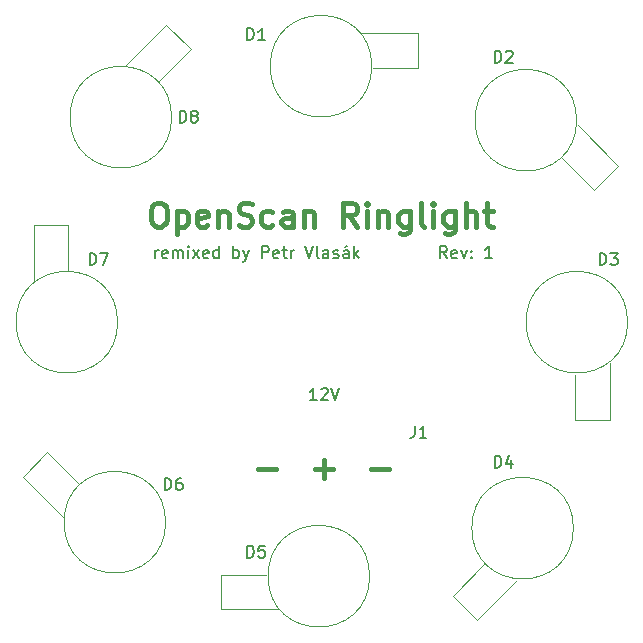
<source format=gbr>
%TF.GenerationSoftware,KiCad,Pcbnew,8.0.2*%
%TF.CreationDate,2024-08-19T21:28:26+02:00*%
%TF.ProjectId,ringlight,72696e67-6c69-4676-9874-2e6b69636164,rev?*%
%TF.SameCoordinates,Original*%
%TF.FileFunction,Legend,Top*%
%TF.FilePolarity,Positive*%
%FSLAX46Y46*%
G04 Gerber Fmt 4.6, Leading zero omitted, Abs format (unit mm)*
G04 Created by KiCad (PCBNEW 8.0.2) date 2024-08-19 21:28:26*
%MOMM*%
%LPD*%
G01*
G04 APERTURE LIST*
%ADD10C,0.400000*%
%ADD11C,0.200000*%
%ADD12C,0.150000*%
%ADD13C,0.120000*%
G04 APERTURE END LIST*
D10*
X33888095Y17227466D02*
X35411905Y17227466D01*
X24288095Y17227466D02*
X25811905Y17227466D01*
X29098095Y17227466D02*
X30621905Y17227466D01*
X29860000Y16465561D02*
X29860000Y17989371D01*
D11*
X15609673Y35057780D02*
X15609673Y35724447D01*
X15609673Y35533971D02*
X15657292Y35629209D01*
X15657292Y35629209D02*
X15704911Y35676828D01*
X15704911Y35676828D02*
X15800149Y35724447D01*
X15800149Y35724447D02*
X15895387Y35724447D01*
X16609673Y35105400D02*
X16514435Y35057780D01*
X16514435Y35057780D02*
X16323959Y35057780D01*
X16323959Y35057780D02*
X16228721Y35105400D01*
X16228721Y35105400D02*
X16181102Y35200638D01*
X16181102Y35200638D02*
X16181102Y35581590D01*
X16181102Y35581590D02*
X16228721Y35676828D01*
X16228721Y35676828D02*
X16323959Y35724447D01*
X16323959Y35724447D02*
X16514435Y35724447D01*
X16514435Y35724447D02*
X16609673Y35676828D01*
X16609673Y35676828D02*
X16657292Y35581590D01*
X16657292Y35581590D02*
X16657292Y35486352D01*
X16657292Y35486352D02*
X16181102Y35391114D01*
X17085864Y35057780D02*
X17085864Y35724447D01*
X17085864Y35629209D02*
X17133483Y35676828D01*
X17133483Y35676828D02*
X17228721Y35724447D01*
X17228721Y35724447D02*
X17371578Y35724447D01*
X17371578Y35724447D02*
X17466816Y35676828D01*
X17466816Y35676828D02*
X17514435Y35581590D01*
X17514435Y35581590D02*
X17514435Y35057780D01*
X17514435Y35581590D02*
X17562054Y35676828D01*
X17562054Y35676828D02*
X17657292Y35724447D01*
X17657292Y35724447D02*
X17800149Y35724447D01*
X17800149Y35724447D02*
X17895388Y35676828D01*
X17895388Y35676828D02*
X17943007Y35581590D01*
X17943007Y35581590D02*
X17943007Y35057780D01*
X18419197Y35057780D02*
X18419197Y35724447D01*
X18419197Y36057780D02*
X18371578Y36010161D01*
X18371578Y36010161D02*
X18419197Y35962542D01*
X18419197Y35962542D02*
X18466816Y36010161D01*
X18466816Y36010161D02*
X18419197Y36057780D01*
X18419197Y36057780D02*
X18419197Y35962542D01*
X18800149Y35057780D02*
X19323958Y35724447D01*
X18800149Y35724447D02*
X19323958Y35057780D01*
X20085863Y35105400D02*
X19990625Y35057780D01*
X19990625Y35057780D02*
X19800149Y35057780D01*
X19800149Y35057780D02*
X19704911Y35105400D01*
X19704911Y35105400D02*
X19657292Y35200638D01*
X19657292Y35200638D02*
X19657292Y35581590D01*
X19657292Y35581590D02*
X19704911Y35676828D01*
X19704911Y35676828D02*
X19800149Y35724447D01*
X19800149Y35724447D02*
X19990625Y35724447D01*
X19990625Y35724447D02*
X20085863Y35676828D01*
X20085863Y35676828D02*
X20133482Y35581590D01*
X20133482Y35581590D02*
X20133482Y35486352D01*
X20133482Y35486352D02*
X19657292Y35391114D01*
X20990625Y35057780D02*
X20990625Y36057780D01*
X20990625Y35105400D02*
X20895387Y35057780D01*
X20895387Y35057780D02*
X20704911Y35057780D01*
X20704911Y35057780D02*
X20609673Y35105400D01*
X20609673Y35105400D02*
X20562054Y35153019D01*
X20562054Y35153019D02*
X20514435Y35248257D01*
X20514435Y35248257D02*
X20514435Y35533971D01*
X20514435Y35533971D02*
X20562054Y35629209D01*
X20562054Y35629209D02*
X20609673Y35676828D01*
X20609673Y35676828D02*
X20704911Y35724447D01*
X20704911Y35724447D02*
X20895387Y35724447D01*
X20895387Y35724447D02*
X20990625Y35676828D01*
X22228721Y35057780D02*
X22228721Y36057780D01*
X22228721Y35676828D02*
X22323959Y35724447D01*
X22323959Y35724447D02*
X22514435Y35724447D01*
X22514435Y35724447D02*
X22609673Y35676828D01*
X22609673Y35676828D02*
X22657292Y35629209D01*
X22657292Y35629209D02*
X22704911Y35533971D01*
X22704911Y35533971D02*
X22704911Y35248257D01*
X22704911Y35248257D02*
X22657292Y35153019D01*
X22657292Y35153019D02*
X22609673Y35105400D01*
X22609673Y35105400D02*
X22514435Y35057780D01*
X22514435Y35057780D02*
X22323959Y35057780D01*
X22323959Y35057780D02*
X22228721Y35105400D01*
X23038245Y35724447D02*
X23276340Y35057780D01*
X23514435Y35724447D02*
X23276340Y35057780D01*
X23276340Y35057780D02*
X23181102Y34819685D01*
X23181102Y34819685D02*
X23133483Y34772066D01*
X23133483Y34772066D02*
X23038245Y34724447D01*
X24657293Y35057780D02*
X24657293Y36057780D01*
X24657293Y36057780D02*
X25038245Y36057780D01*
X25038245Y36057780D02*
X25133483Y36010161D01*
X25133483Y36010161D02*
X25181102Y35962542D01*
X25181102Y35962542D02*
X25228721Y35867304D01*
X25228721Y35867304D02*
X25228721Y35724447D01*
X25228721Y35724447D02*
X25181102Y35629209D01*
X25181102Y35629209D02*
X25133483Y35581590D01*
X25133483Y35581590D02*
X25038245Y35533971D01*
X25038245Y35533971D02*
X24657293Y35533971D01*
X26038245Y35105400D02*
X25943007Y35057780D01*
X25943007Y35057780D02*
X25752531Y35057780D01*
X25752531Y35057780D02*
X25657293Y35105400D01*
X25657293Y35105400D02*
X25609674Y35200638D01*
X25609674Y35200638D02*
X25609674Y35581590D01*
X25609674Y35581590D02*
X25657293Y35676828D01*
X25657293Y35676828D02*
X25752531Y35724447D01*
X25752531Y35724447D02*
X25943007Y35724447D01*
X25943007Y35724447D02*
X26038245Y35676828D01*
X26038245Y35676828D02*
X26085864Y35581590D01*
X26085864Y35581590D02*
X26085864Y35486352D01*
X26085864Y35486352D02*
X25609674Y35391114D01*
X26371579Y35724447D02*
X26752531Y35724447D01*
X26514436Y36057780D02*
X26514436Y35200638D01*
X26514436Y35200638D02*
X26562055Y35105400D01*
X26562055Y35105400D02*
X26657293Y35057780D01*
X26657293Y35057780D02*
X26752531Y35057780D01*
X27085865Y35057780D02*
X27085865Y35724447D01*
X27085865Y35533971D02*
X27133484Y35629209D01*
X27133484Y35629209D02*
X27181103Y35676828D01*
X27181103Y35676828D02*
X27276341Y35724447D01*
X27276341Y35724447D02*
X27371579Y35724447D01*
X28323961Y36057780D02*
X28657294Y35057780D01*
X28657294Y35057780D02*
X28990627Y36057780D01*
X29466818Y35057780D02*
X29371580Y35105400D01*
X29371580Y35105400D02*
X29323961Y35200638D01*
X29323961Y35200638D02*
X29323961Y36057780D01*
X30276342Y35057780D02*
X30276342Y35581590D01*
X30276342Y35581590D02*
X30228723Y35676828D01*
X30228723Y35676828D02*
X30133485Y35724447D01*
X30133485Y35724447D02*
X29943009Y35724447D01*
X29943009Y35724447D02*
X29847771Y35676828D01*
X30276342Y35105400D02*
X30181104Y35057780D01*
X30181104Y35057780D02*
X29943009Y35057780D01*
X29943009Y35057780D02*
X29847771Y35105400D01*
X29847771Y35105400D02*
X29800152Y35200638D01*
X29800152Y35200638D02*
X29800152Y35295876D01*
X29800152Y35295876D02*
X29847771Y35391114D01*
X29847771Y35391114D02*
X29943009Y35438733D01*
X29943009Y35438733D02*
X30181104Y35438733D01*
X30181104Y35438733D02*
X30276342Y35486352D01*
X30704914Y35105400D02*
X30800152Y35057780D01*
X30800152Y35057780D02*
X30990628Y35057780D01*
X30990628Y35057780D02*
X31085866Y35105400D01*
X31085866Y35105400D02*
X31133485Y35200638D01*
X31133485Y35200638D02*
X31133485Y35248257D01*
X31133485Y35248257D02*
X31085866Y35343495D01*
X31085866Y35343495D02*
X30990628Y35391114D01*
X30990628Y35391114D02*
X30847771Y35391114D01*
X30847771Y35391114D02*
X30752533Y35438733D01*
X30752533Y35438733D02*
X30704914Y35533971D01*
X30704914Y35533971D02*
X30704914Y35581590D01*
X30704914Y35581590D02*
X30752533Y35676828D01*
X30752533Y35676828D02*
X30847771Y35724447D01*
X30847771Y35724447D02*
X30990628Y35724447D01*
X30990628Y35724447D02*
X31085866Y35676828D01*
X31990628Y35057780D02*
X31990628Y35581590D01*
X31990628Y35581590D02*
X31943009Y35676828D01*
X31943009Y35676828D02*
X31847771Y35724447D01*
X31847771Y35724447D02*
X31657295Y35724447D01*
X31657295Y35724447D02*
X31562057Y35676828D01*
X31990628Y35105400D02*
X31895390Y35057780D01*
X31895390Y35057780D02*
X31657295Y35057780D01*
X31657295Y35057780D02*
X31562057Y35105400D01*
X31562057Y35105400D02*
X31514438Y35200638D01*
X31514438Y35200638D02*
X31514438Y35295876D01*
X31514438Y35295876D02*
X31562057Y35391114D01*
X31562057Y35391114D02*
X31657295Y35438733D01*
X31657295Y35438733D02*
X31895390Y35438733D01*
X31895390Y35438733D02*
X31990628Y35486352D01*
X31847771Y36105400D02*
X31704914Y35962542D01*
X32466819Y35057780D02*
X32466819Y36057780D01*
X32562057Y35438733D02*
X32847771Y35057780D01*
X32847771Y35724447D02*
X32466819Y35343495D01*
D10*
X15725299Y39730561D02*
X16106252Y39730561D01*
X16106252Y39730561D02*
X16296728Y39635323D01*
X16296728Y39635323D02*
X16487204Y39444847D01*
X16487204Y39444847D02*
X16582442Y39063895D01*
X16582442Y39063895D02*
X16582442Y38397228D01*
X16582442Y38397228D02*
X16487204Y38016276D01*
X16487204Y38016276D02*
X16296728Y37825800D01*
X16296728Y37825800D02*
X16106252Y37730561D01*
X16106252Y37730561D02*
X15725299Y37730561D01*
X15725299Y37730561D02*
X15534823Y37825800D01*
X15534823Y37825800D02*
X15344347Y38016276D01*
X15344347Y38016276D02*
X15249109Y38397228D01*
X15249109Y38397228D02*
X15249109Y39063895D01*
X15249109Y39063895D02*
X15344347Y39444847D01*
X15344347Y39444847D02*
X15534823Y39635323D01*
X15534823Y39635323D02*
X15725299Y39730561D01*
X17439585Y39063895D02*
X17439585Y37063895D01*
X17439585Y38968657D02*
X17630061Y39063895D01*
X17630061Y39063895D02*
X18011014Y39063895D01*
X18011014Y39063895D02*
X18201490Y38968657D01*
X18201490Y38968657D02*
X18296728Y38873419D01*
X18296728Y38873419D02*
X18391966Y38682942D01*
X18391966Y38682942D02*
X18391966Y38111514D01*
X18391966Y38111514D02*
X18296728Y37921038D01*
X18296728Y37921038D02*
X18201490Y37825800D01*
X18201490Y37825800D02*
X18011014Y37730561D01*
X18011014Y37730561D02*
X17630061Y37730561D01*
X17630061Y37730561D02*
X17439585Y37825800D01*
X20011014Y37825800D02*
X19820538Y37730561D01*
X19820538Y37730561D02*
X19439585Y37730561D01*
X19439585Y37730561D02*
X19249109Y37825800D01*
X19249109Y37825800D02*
X19153871Y38016276D01*
X19153871Y38016276D02*
X19153871Y38778180D01*
X19153871Y38778180D02*
X19249109Y38968657D01*
X19249109Y38968657D02*
X19439585Y39063895D01*
X19439585Y39063895D02*
X19820538Y39063895D01*
X19820538Y39063895D02*
X20011014Y38968657D01*
X20011014Y38968657D02*
X20106252Y38778180D01*
X20106252Y38778180D02*
X20106252Y38587704D01*
X20106252Y38587704D02*
X19153871Y38397228D01*
X20963395Y39063895D02*
X20963395Y37730561D01*
X20963395Y38873419D02*
X21058633Y38968657D01*
X21058633Y38968657D02*
X21249109Y39063895D01*
X21249109Y39063895D02*
X21534824Y39063895D01*
X21534824Y39063895D02*
X21725300Y38968657D01*
X21725300Y38968657D02*
X21820538Y38778180D01*
X21820538Y38778180D02*
X21820538Y37730561D01*
X22677681Y37825800D02*
X22963395Y37730561D01*
X22963395Y37730561D02*
X23439586Y37730561D01*
X23439586Y37730561D02*
X23630062Y37825800D01*
X23630062Y37825800D02*
X23725300Y37921038D01*
X23725300Y37921038D02*
X23820538Y38111514D01*
X23820538Y38111514D02*
X23820538Y38301990D01*
X23820538Y38301990D02*
X23725300Y38492466D01*
X23725300Y38492466D02*
X23630062Y38587704D01*
X23630062Y38587704D02*
X23439586Y38682942D01*
X23439586Y38682942D02*
X23058633Y38778180D01*
X23058633Y38778180D02*
X22868157Y38873419D01*
X22868157Y38873419D02*
X22772919Y38968657D01*
X22772919Y38968657D02*
X22677681Y39159133D01*
X22677681Y39159133D02*
X22677681Y39349609D01*
X22677681Y39349609D02*
X22772919Y39540085D01*
X22772919Y39540085D02*
X22868157Y39635323D01*
X22868157Y39635323D02*
X23058633Y39730561D01*
X23058633Y39730561D02*
X23534824Y39730561D01*
X23534824Y39730561D02*
X23820538Y39635323D01*
X25534824Y37825800D02*
X25344348Y37730561D01*
X25344348Y37730561D02*
X24963395Y37730561D01*
X24963395Y37730561D02*
X24772919Y37825800D01*
X24772919Y37825800D02*
X24677681Y37921038D01*
X24677681Y37921038D02*
X24582443Y38111514D01*
X24582443Y38111514D02*
X24582443Y38682942D01*
X24582443Y38682942D02*
X24677681Y38873419D01*
X24677681Y38873419D02*
X24772919Y38968657D01*
X24772919Y38968657D02*
X24963395Y39063895D01*
X24963395Y39063895D02*
X25344348Y39063895D01*
X25344348Y39063895D02*
X25534824Y38968657D01*
X27249110Y37730561D02*
X27249110Y38778180D01*
X27249110Y38778180D02*
X27153872Y38968657D01*
X27153872Y38968657D02*
X26963396Y39063895D01*
X26963396Y39063895D02*
X26582443Y39063895D01*
X26582443Y39063895D02*
X26391967Y38968657D01*
X27249110Y37825800D02*
X27058634Y37730561D01*
X27058634Y37730561D02*
X26582443Y37730561D01*
X26582443Y37730561D02*
X26391967Y37825800D01*
X26391967Y37825800D02*
X26296729Y38016276D01*
X26296729Y38016276D02*
X26296729Y38206752D01*
X26296729Y38206752D02*
X26391967Y38397228D01*
X26391967Y38397228D02*
X26582443Y38492466D01*
X26582443Y38492466D02*
X27058634Y38492466D01*
X27058634Y38492466D02*
X27249110Y38587704D01*
X28201491Y39063895D02*
X28201491Y37730561D01*
X28201491Y38873419D02*
X28296729Y38968657D01*
X28296729Y38968657D02*
X28487205Y39063895D01*
X28487205Y39063895D02*
X28772920Y39063895D01*
X28772920Y39063895D02*
X28963396Y38968657D01*
X28963396Y38968657D02*
X29058634Y38778180D01*
X29058634Y38778180D02*
X29058634Y37730561D01*
X32677682Y37730561D02*
X32011015Y38682942D01*
X31534825Y37730561D02*
X31534825Y39730561D01*
X31534825Y39730561D02*
X32296730Y39730561D01*
X32296730Y39730561D02*
X32487206Y39635323D01*
X32487206Y39635323D02*
X32582444Y39540085D01*
X32582444Y39540085D02*
X32677682Y39349609D01*
X32677682Y39349609D02*
X32677682Y39063895D01*
X32677682Y39063895D02*
X32582444Y38873419D01*
X32582444Y38873419D02*
X32487206Y38778180D01*
X32487206Y38778180D02*
X32296730Y38682942D01*
X32296730Y38682942D02*
X31534825Y38682942D01*
X33534825Y37730561D02*
X33534825Y39063895D01*
X33534825Y39730561D02*
X33439587Y39635323D01*
X33439587Y39635323D02*
X33534825Y39540085D01*
X33534825Y39540085D02*
X33630063Y39635323D01*
X33630063Y39635323D02*
X33534825Y39730561D01*
X33534825Y39730561D02*
X33534825Y39540085D01*
X34487206Y39063895D02*
X34487206Y37730561D01*
X34487206Y38873419D02*
X34582444Y38968657D01*
X34582444Y38968657D02*
X34772920Y39063895D01*
X34772920Y39063895D02*
X35058635Y39063895D01*
X35058635Y39063895D02*
X35249111Y38968657D01*
X35249111Y38968657D02*
X35344349Y38778180D01*
X35344349Y38778180D02*
X35344349Y37730561D01*
X37153873Y39063895D02*
X37153873Y37444847D01*
X37153873Y37444847D02*
X37058635Y37254371D01*
X37058635Y37254371D02*
X36963397Y37159133D01*
X36963397Y37159133D02*
X36772920Y37063895D01*
X36772920Y37063895D02*
X36487206Y37063895D01*
X36487206Y37063895D02*
X36296730Y37159133D01*
X37153873Y37825800D02*
X36963397Y37730561D01*
X36963397Y37730561D02*
X36582444Y37730561D01*
X36582444Y37730561D02*
X36391968Y37825800D01*
X36391968Y37825800D02*
X36296730Y37921038D01*
X36296730Y37921038D02*
X36201492Y38111514D01*
X36201492Y38111514D02*
X36201492Y38682942D01*
X36201492Y38682942D02*
X36296730Y38873419D01*
X36296730Y38873419D02*
X36391968Y38968657D01*
X36391968Y38968657D02*
X36582444Y39063895D01*
X36582444Y39063895D02*
X36963397Y39063895D01*
X36963397Y39063895D02*
X37153873Y38968657D01*
X38391968Y37730561D02*
X38201492Y37825800D01*
X38201492Y37825800D02*
X38106254Y38016276D01*
X38106254Y38016276D02*
X38106254Y39730561D01*
X39153873Y37730561D02*
X39153873Y39063895D01*
X39153873Y39730561D02*
X39058635Y39635323D01*
X39058635Y39635323D02*
X39153873Y39540085D01*
X39153873Y39540085D02*
X39249111Y39635323D01*
X39249111Y39635323D02*
X39153873Y39730561D01*
X39153873Y39730561D02*
X39153873Y39540085D01*
X40963397Y39063895D02*
X40963397Y37444847D01*
X40963397Y37444847D02*
X40868159Y37254371D01*
X40868159Y37254371D02*
X40772921Y37159133D01*
X40772921Y37159133D02*
X40582444Y37063895D01*
X40582444Y37063895D02*
X40296730Y37063895D01*
X40296730Y37063895D02*
X40106254Y37159133D01*
X40963397Y37825800D02*
X40772921Y37730561D01*
X40772921Y37730561D02*
X40391968Y37730561D01*
X40391968Y37730561D02*
X40201492Y37825800D01*
X40201492Y37825800D02*
X40106254Y37921038D01*
X40106254Y37921038D02*
X40011016Y38111514D01*
X40011016Y38111514D02*
X40011016Y38682942D01*
X40011016Y38682942D02*
X40106254Y38873419D01*
X40106254Y38873419D02*
X40201492Y38968657D01*
X40201492Y38968657D02*
X40391968Y39063895D01*
X40391968Y39063895D02*
X40772921Y39063895D01*
X40772921Y39063895D02*
X40963397Y38968657D01*
X41915778Y37730561D02*
X41915778Y39730561D01*
X42772921Y37730561D02*
X42772921Y38778180D01*
X42772921Y38778180D02*
X42677683Y38968657D01*
X42677683Y38968657D02*
X42487207Y39063895D01*
X42487207Y39063895D02*
X42201492Y39063895D01*
X42201492Y39063895D02*
X42011016Y38968657D01*
X42011016Y38968657D02*
X41915778Y38873419D01*
X43439588Y39063895D02*
X44201492Y39063895D01*
X43725302Y39730561D02*
X43725302Y38016276D01*
X43725302Y38016276D02*
X43820540Y37825800D01*
X43820540Y37825800D02*
X44011016Y37730561D01*
X44011016Y37730561D02*
X44201492Y37730561D01*
D11*
X40311101Y35057780D02*
X39977768Y35533971D01*
X39739673Y35057780D02*
X39739673Y36057780D01*
X39739673Y36057780D02*
X40120625Y36057780D01*
X40120625Y36057780D02*
X40215863Y36010161D01*
X40215863Y36010161D02*
X40263482Y35962542D01*
X40263482Y35962542D02*
X40311101Y35867304D01*
X40311101Y35867304D02*
X40311101Y35724447D01*
X40311101Y35724447D02*
X40263482Y35629209D01*
X40263482Y35629209D02*
X40215863Y35581590D01*
X40215863Y35581590D02*
X40120625Y35533971D01*
X40120625Y35533971D02*
X39739673Y35533971D01*
X41120625Y35105400D02*
X41025387Y35057780D01*
X41025387Y35057780D02*
X40834911Y35057780D01*
X40834911Y35057780D02*
X40739673Y35105400D01*
X40739673Y35105400D02*
X40692054Y35200638D01*
X40692054Y35200638D02*
X40692054Y35581590D01*
X40692054Y35581590D02*
X40739673Y35676828D01*
X40739673Y35676828D02*
X40834911Y35724447D01*
X40834911Y35724447D02*
X41025387Y35724447D01*
X41025387Y35724447D02*
X41120625Y35676828D01*
X41120625Y35676828D02*
X41168244Y35581590D01*
X41168244Y35581590D02*
X41168244Y35486352D01*
X41168244Y35486352D02*
X40692054Y35391114D01*
X41501578Y35724447D02*
X41739673Y35057780D01*
X41739673Y35057780D02*
X41977768Y35724447D01*
X42358721Y35153019D02*
X42406340Y35105400D01*
X42406340Y35105400D02*
X42358721Y35057780D01*
X42358721Y35057780D02*
X42311102Y35105400D01*
X42311102Y35105400D02*
X42358721Y35153019D01*
X42358721Y35153019D02*
X42358721Y35057780D01*
X42358721Y35676828D02*
X42406340Y35629209D01*
X42406340Y35629209D02*
X42358721Y35581590D01*
X42358721Y35581590D02*
X42311102Y35629209D01*
X42311102Y35629209D02*
X42358721Y35676828D01*
X42358721Y35676828D02*
X42358721Y35581590D01*
X44120625Y35057780D02*
X43549197Y35057780D01*
X43834911Y35057780D02*
X43834911Y36057780D01*
X43834911Y36057780D02*
X43739673Y35914923D01*
X43739673Y35914923D02*
X43644435Y35819685D01*
X43644435Y35819685D02*
X43549197Y35772066D01*
D12*
X23391905Y53520180D02*
X23391905Y54520180D01*
X23391905Y54520180D02*
X23630000Y54520180D01*
X23630000Y54520180D02*
X23772857Y54472561D01*
X23772857Y54472561D02*
X23868095Y54377323D01*
X23868095Y54377323D02*
X23915714Y54282085D01*
X23915714Y54282085D02*
X23963333Y54091609D01*
X23963333Y54091609D02*
X23963333Y53948752D01*
X23963333Y53948752D02*
X23915714Y53758276D01*
X23915714Y53758276D02*
X23868095Y53663038D01*
X23868095Y53663038D02*
X23772857Y53567800D01*
X23772857Y53567800D02*
X23630000Y53520180D01*
X23630000Y53520180D02*
X23391905Y53520180D01*
X24915714Y53520180D02*
X24344286Y53520180D01*
X24630000Y53520180D02*
X24630000Y54520180D01*
X24630000Y54520180D02*
X24534762Y54377323D01*
X24534762Y54377323D02*
X24439524Y54282085D01*
X24439524Y54282085D02*
X24344286Y54234466D01*
X23391905Y9705180D02*
X23391905Y10705180D01*
X23391905Y10705180D02*
X23630000Y10705180D01*
X23630000Y10705180D02*
X23772857Y10657561D01*
X23772857Y10657561D02*
X23868095Y10562323D01*
X23868095Y10562323D02*
X23915714Y10467085D01*
X23915714Y10467085D02*
X23963333Y10276609D01*
X23963333Y10276609D02*
X23963333Y10133752D01*
X23963333Y10133752D02*
X23915714Y9943276D01*
X23915714Y9943276D02*
X23868095Y9848038D01*
X23868095Y9848038D02*
X23772857Y9752800D01*
X23772857Y9752800D02*
X23630000Y9705180D01*
X23630000Y9705180D02*
X23391905Y9705180D01*
X24868095Y10705180D02*
X24391905Y10705180D01*
X24391905Y10705180D02*
X24344286Y10228990D01*
X24344286Y10228990D02*
X24391905Y10276609D01*
X24391905Y10276609D02*
X24487143Y10324228D01*
X24487143Y10324228D02*
X24725238Y10324228D01*
X24725238Y10324228D02*
X24820476Y10276609D01*
X24820476Y10276609D02*
X24868095Y10228990D01*
X24868095Y10228990D02*
X24915714Y10133752D01*
X24915714Y10133752D02*
X24915714Y9895657D01*
X24915714Y9895657D02*
X24868095Y9800419D01*
X24868095Y9800419D02*
X24820476Y9752800D01*
X24820476Y9752800D02*
X24725238Y9705180D01*
X24725238Y9705180D02*
X24487143Y9705180D01*
X24487143Y9705180D02*
X24391905Y9752800D01*
X24391905Y9752800D02*
X24344286Y9800419D01*
X44346905Y17325180D02*
X44346905Y18325180D01*
X44346905Y18325180D02*
X44585000Y18325180D01*
X44585000Y18325180D02*
X44727857Y18277561D01*
X44727857Y18277561D02*
X44823095Y18182323D01*
X44823095Y18182323D02*
X44870714Y18087085D01*
X44870714Y18087085D02*
X44918333Y17896609D01*
X44918333Y17896609D02*
X44918333Y17753752D01*
X44918333Y17753752D02*
X44870714Y17563276D01*
X44870714Y17563276D02*
X44823095Y17468038D01*
X44823095Y17468038D02*
X44727857Y17372800D01*
X44727857Y17372800D02*
X44585000Y17325180D01*
X44585000Y17325180D02*
X44346905Y17325180D01*
X45775476Y17991847D02*
X45775476Y17325180D01*
X45537381Y18372800D02*
X45299286Y17658514D01*
X45299286Y17658514D02*
X45918333Y17658514D01*
X16406905Y15420180D02*
X16406905Y16420180D01*
X16406905Y16420180D02*
X16645000Y16420180D01*
X16645000Y16420180D02*
X16787857Y16372561D01*
X16787857Y16372561D02*
X16883095Y16277323D01*
X16883095Y16277323D02*
X16930714Y16182085D01*
X16930714Y16182085D02*
X16978333Y15991609D01*
X16978333Y15991609D02*
X16978333Y15848752D01*
X16978333Y15848752D02*
X16930714Y15658276D01*
X16930714Y15658276D02*
X16883095Y15563038D01*
X16883095Y15563038D02*
X16787857Y15467800D01*
X16787857Y15467800D02*
X16645000Y15420180D01*
X16645000Y15420180D02*
X16406905Y15420180D01*
X17835476Y16420180D02*
X17645000Y16420180D01*
X17645000Y16420180D02*
X17549762Y16372561D01*
X17549762Y16372561D02*
X17502143Y16324942D01*
X17502143Y16324942D02*
X17406905Y16182085D01*
X17406905Y16182085D02*
X17359286Y15991609D01*
X17359286Y15991609D02*
X17359286Y15610657D01*
X17359286Y15610657D02*
X17406905Y15515419D01*
X17406905Y15515419D02*
X17454524Y15467800D01*
X17454524Y15467800D02*
X17549762Y15420180D01*
X17549762Y15420180D02*
X17740238Y15420180D01*
X17740238Y15420180D02*
X17835476Y15467800D01*
X17835476Y15467800D02*
X17883095Y15515419D01*
X17883095Y15515419D02*
X17930714Y15610657D01*
X17930714Y15610657D02*
X17930714Y15848752D01*
X17930714Y15848752D02*
X17883095Y15943990D01*
X17883095Y15943990D02*
X17835476Y15991609D01*
X17835476Y15991609D02*
X17740238Y16039228D01*
X17740238Y16039228D02*
X17549762Y16039228D01*
X17549762Y16039228D02*
X17454524Y15991609D01*
X17454524Y15991609D02*
X17406905Y15943990D01*
X17406905Y15943990D02*
X17359286Y15848752D01*
X53236905Y34470180D02*
X53236905Y35470180D01*
X53236905Y35470180D02*
X53475000Y35470180D01*
X53475000Y35470180D02*
X53617857Y35422561D01*
X53617857Y35422561D02*
X53713095Y35327323D01*
X53713095Y35327323D02*
X53760714Y35232085D01*
X53760714Y35232085D02*
X53808333Y35041609D01*
X53808333Y35041609D02*
X53808333Y34898752D01*
X53808333Y34898752D02*
X53760714Y34708276D01*
X53760714Y34708276D02*
X53713095Y34613038D01*
X53713095Y34613038D02*
X53617857Y34517800D01*
X53617857Y34517800D02*
X53475000Y34470180D01*
X53475000Y34470180D02*
X53236905Y34470180D01*
X54141667Y35470180D02*
X54760714Y35470180D01*
X54760714Y35470180D02*
X54427381Y35089228D01*
X54427381Y35089228D02*
X54570238Y35089228D01*
X54570238Y35089228D02*
X54665476Y35041609D01*
X54665476Y35041609D02*
X54713095Y34993990D01*
X54713095Y34993990D02*
X54760714Y34898752D01*
X54760714Y34898752D02*
X54760714Y34660657D01*
X54760714Y34660657D02*
X54713095Y34565419D01*
X54713095Y34565419D02*
X54665476Y34517800D01*
X54665476Y34517800D02*
X54570238Y34470180D01*
X54570238Y34470180D02*
X54284524Y34470180D01*
X54284524Y34470180D02*
X54189286Y34517800D01*
X54189286Y34517800D02*
X54141667Y34565419D01*
X44346905Y51615180D02*
X44346905Y52615180D01*
X44346905Y52615180D02*
X44585000Y52615180D01*
X44585000Y52615180D02*
X44727857Y52567561D01*
X44727857Y52567561D02*
X44823095Y52472323D01*
X44823095Y52472323D02*
X44870714Y52377085D01*
X44870714Y52377085D02*
X44918333Y52186609D01*
X44918333Y52186609D02*
X44918333Y52043752D01*
X44918333Y52043752D02*
X44870714Y51853276D01*
X44870714Y51853276D02*
X44823095Y51758038D01*
X44823095Y51758038D02*
X44727857Y51662800D01*
X44727857Y51662800D02*
X44585000Y51615180D01*
X44585000Y51615180D02*
X44346905Y51615180D01*
X45299286Y52519942D02*
X45346905Y52567561D01*
X45346905Y52567561D02*
X45442143Y52615180D01*
X45442143Y52615180D02*
X45680238Y52615180D01*
X45680238Y52615180D02*
X45775476Y52567561D01*
X45775476Y52567561D02*
X45823095Y52519942D01*
X45823095Y52519942D02*
X45870714Y52424704D01*
X45870714Y52424704D02*
X45870714Y52329466D01*
X45870714Y52329466D02*
X45823095Y52186609D01*
X45823095Y52186609D02*
X45251667Y51615180D01*
X45251667Y51615180D02*
X45870714Y51615180D01*
X37566666Y20845180D02*
X37566666Y20130895D01*
X37566666Y20130895D02*
X37519047Y19988038D01*
X37519047Y19988038D02*
X37423809Y19892800D01*
X37423809Y19892800D02*
X37280952Y19845180D01*
X37280952Y19845180D02*
X37185714Y19845180D01*
X38566666Y19845180D02*
X37995238Y19845180D01*
X38280952Y19845180D02*
X38280952Y20845180D01*
X38280952Y20845180D02*
X38185714Y20702323D01*
X38185714Y20702323D02*
X38090476Y20607085D01*
X38090476Y20607085D02*
X37995238Y20559466D01*
X29280952Y23045180D02*
X28709524Y23045180D01*
X28995238Y23045180D02*
X28995238Y24045180D01*
X28995238Y24045180D02*
X28900000Y23902323D01*
X28900000Y23902323D02*
X28804762Y23807085D01*
X28804762Y23807085D02*
X28709524Y23759466D01*
X29661905Y23949942D02*
X29709524Y23997561D01*
X29709524Y23997561D02*
X29804762Y24045180D01*
X29804762Y24045180D02*
X30042857Y24045180D01*
X30042857Y24045180D02*
X30138095Y23997561D01*
X30138095Y23997561D02*
X30185714Y23949942D01*
X30185714Y23949942D02*
X30233333Y23854704D01*
X30233333Y23854704D02*
X30233333Y23759466D01*
X30233333Y23759466D02*
X30185714Y23616609D01*
X30185714Y23616609D02*
X29614286Y23045180D01*
X29614286Y23045180D02*
X30233333Y23045180D01*
X30519048Y24045180D02*
X30852381Y23045180D01*
X30852381Y23045180D02*
X31185714Y24045180D01*
X17676905Y46535180D02*
X17676905Y47535180D01*
X17676905Y47535180D02*
X17915000Y47535180D01*
X17915000Y47535180D02*
X18057857Y47487561D01*
X18057857Y47487561D02*
X18153095Y47392323D01*
X18153095Y47392323D02*
X18200714Y47297085D01*
X18200714Y47297085D02*
X18248333Y47106609D01*
X18248333Y47106609D02*
X18248333Y46963752D01*
X18248333Y46963752D02*
X18200714Y46773276D01*
X18200714Y46773276D02*
X18153095Y46678038D01*
X18153095Y46678038D02*
X18057857Y46582800D01*
X18057857Y46582800D02*
X17915000Y46535180D01*
X17915000Y46535180D02*
X17676905Y46535180D01*
X18819762Y47106609D02*
X18724524Y47154228D01*
X18724524Y47154228D02*
X18676905Y47201847D01*
X18676905Y47201847D02*
X18629286Y47297085D01*
X18629286Y47297085D02*
X18629286Y47344704D01*
X18629286Y47344704D02*
X18676905Y47439942D01*
X18676905Y47439942D02*
X18724524Y47487561D01*
X18724524Y47487561D02*
X18819762Y47535180D01*
X18819762Y47535180D02*
X19010238Y47535180D01*
X19010238Y47535180D02*
X19105476Y47487561D01*
X19105476Y47487561D02*
X19153095Y47439942D01*
X19153095Y47439942D02*
X19200714Y47344704D01*
X19200714Y47344704D02*
X19200714Y47297085D01*
X19200714Y47297085D02*
X19153095Y47201847D01*
X19153095Y47201847D02*
X19105476Y47154228D01*
X19105476Y47154228D02*
X19010238Y47106609D01*
X19010238Y47106609D02*
X18819762Y47106609D01*
X18819762Y47106609D02*
X18724524Y47058990D01*
X18724524Y47058990D02*
X18676905Y47011371D01*
X18676905Y47011371D02*
X18629286Y46916133D01*
X18629286Y46916133D02*
X18629286Y46725657D01*
X18629286Y46725657D02*
X18676905Y46630419D01*
X18676905Y46630419D02*
X18724524Y46582800D01*
X18724524Y46582800D02*
X18819762Y46535180D01*
X18819762Y46535180D02*
X19010238Y46535180D01*
X19010238Y46535180D02*
X19105476Y46582800D01*
X19105476Y46582800D02*
X19153095Y46630419D01*
X19153095Y46630419D02*
X19200714Y46725657D01*
X19200714Y46725657D02*
X19200714Y46916133D01*
X19200714Y46916133D02*
X19153095Y47011371D01*
X19153095Y47011371D02*
X19105476Y47058990D01*
X19105476Y47058990D02*
X19010238Y47106609D01*
X10056905Y34470180D02*
X10056905Y35470180D01*
X10056905Y35470180D02*
X10295000Y35470180D01*
X10295000Y35470180D02*
X10437857Y35422561D01*
X10437857Y35422561D02*
X10533095Y35327323D01*
X10533095Y35327323D02*
X10580714Y35232085D01*
X10580714Y35232085D02*
X10628333Y35041609D01*
X10628333Y35041609D02*
X10628333Y34898752D01*
X10628333Y34898752D02*
X10580714Y34708276D01*
X10580714Y34708276D02*
X10533095Y34613038D01*
X10533095Y34613038D02*
X10437857Y34517800D01*
X10437857Y34517800D02*
X10295000Y34470180D01*
X10295000Y34470180D02*
X10056905Y34470180D01*
X10961667Y35470180D02*
X11628333Y35470180D01*
X11628333Y35470180D02*
X11199762Y34470180D01*
D13*
%TO.C,D1*%
X34090000Y51181000D02*
X37900000Y51181000D01*
X37900000Y54102000D02*
X33074000Y54102000D01*
X37900000Y51181000D02*
X37900000Y54102000D01*
X33945000Y51308000D02*
G75*
G02*
X25345000Y51308000I-4300000J0D01*
G01*
X25345000Y51308000D02*
G75*
G02*
X33945000Y51308000I4300000J0D01*
G01*
%TO.C,D5*%
X21209000Y8255000D02*
X21209000Y5334000D01*
X21209000Y5334000D02*
X26035000Y5334000D01*
X25019000Y8255000D02*
X21209000Y8255000D01*
X33764000Y8128000D02*
G75*
G02*
X25164000Y8128000I-4300000J0D01*
G01*
X25164000Y8128000D02*
G75*
G02*
X33764000Y8128000I4300000J0D01*
G01*
%TO.C,D4*%
X40788565Y6444636D02*
X42854024Y4379177D01*
X42854024Y4379177D02*
X46266521Y7791675D01*
X43482642Y9138713D02*
X40788565Y6444636D01*
X51015534Y12192000D02*
G75*
G02*
X42415534Y12192000I-4300000J0D01*
G01*
X42415534Y12192000D02*
G75*
G02*
X51015534Y12192000I4300000J0D01*
G01*
%TO.C,D6*%
X4379177Y16561510D02*
X7791675Y13149013D01*
X6444636Y18626969D02*
X4379177Y16561510D01*
X9138713Y15932892D02*
X6444636Y18626969D01*
X16492000Y12700000D02*
G75*
G02*
X7892000Y12700000I-4300000J0D01*
G01*
X7892000Y12700000D02*
G75*
G02*
X16492000Y12700000I4300000J0D01*
G01*
%TO.C,D3*%
X51181000Y25190000D02*
X51181000Y21380000D01*
X51181000Y21380000D02*
X54102000Y21380000D01*
X54102000Y21380000D02*
X54102000Y26206000D01*
X55608000Y29635000D02*
G75*
G02*
X47008000Y29635000I-4300000J0D01*
G01*
X47008000Y29635000D02*
G75*
G02*
X55608000Y29635000I4300000J0D01*
G01*
%TO.C,D2*%
X50043287Y43503108D02*
X52737364Y40809031D01*
X52737364Y40809031D02*
X54802823Y42874490D01*
X54802823Y42874490D02*
X51390325Y46286987D01*
X51290000Y46736000D02*
G75*
G02*
X42690000Y46736000I-4300000J0D01*
G01*
X42690000Y46736000D02*
G75*
G02*
X51290000Y46736000I4300000J0D01*
G01*
%TO.C,D8*%
X15932892Y50043287D02*
X18626969Y52737364D01*
X16561510Y54802823D02*
X13149013Y51390325D01*
X18626969Y52737364D02*
X16561510Y54802823D01*
X16999999Y46990000D02*
G75*
G02*
X8400001Y46990000I-4299999J0D01*
G01*
X8400001Y46990000D02*
G75*
G02*
X16999999Y46990000I4299999J0D01*
G01*
%TO.C,D7*%
X5334000Y37890000D02*
X5334000Y33064000D01*
X8255000Y37890000D02*
X5334000Y37890000D01*
X8255000Y34080000D02*
X8255000Y37890000D01*
X12428000Y29635000D02*
G75*
G02*
X3828000Y29635000I-4300000J0D01*
G01*
X3828000Y29635000D02*
G75*
G02*
X12428000Y29635000I4300000J0D01*
G01*
%TD*%
M02*

</source>
